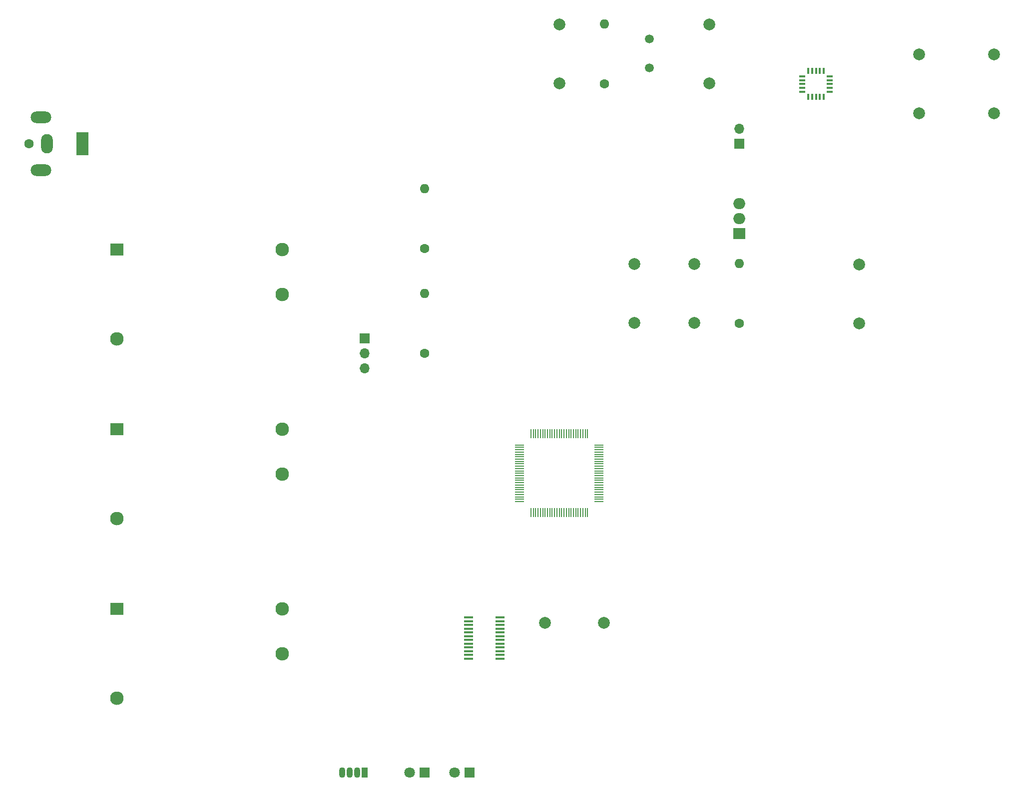
<source format=gbr>
%TF.GenerationSoftware,KiCad,Pcbnew,(6.0.7)*%
%TF.CreationDate,2022-11-30T23:51:13-03:00*%
%TF.ProjectId,ea075_project,65613037-355f-4707-926f-6a6563742e6b,rev?*%
%TF.SameCoordinates,Original*%
%TF.FileFunction,Soldermask,Top*%
%TF.FilePolarity,Negative*%
%FSLAX46Y46*%
G04 Gerber Fmt 4.6, Leading zero omitted, Abs format (unit mm)*
G04 Created by KiCad (PCBNEW (6.0.7)) date 2022-11-30 23:51:13*
%MOMM*%
%LPD*%
G01*
G04 APERTURE LIST*
%ADD10C,2.000000*%
%ADD11O,3.500000X2.000000*%
%ADD12O,2.000000X3.300000*%
%ADD13R,2.000000X4.000000*%
%ADD14C,1.600000*%
%ADD15O,1.700000X1.700000*%
%ADD16R,1.700000X1.700000*%
%ADD17C,2.300000*%
%ADD18R,2.300000X2.000000*%
%ADD19C,1.500000*%
%ADD20R,1.800000X1.800000*%
%ADD21C,1.800000*%
%ADD22R,1.070000X1.800000*%
%ADD23O,1.070000X1.800000*%
%ADD24R,1.100000X0.300000*%
%ADD25R,0.300000X1.100000*%
%ADD26R,0.200000X1.500000*%
%ADD27R,1.500000X0.200000*%
%ADD28R,1.600000X0.410000*%
%ADD29R,2.000000X1.905000*%
%ADD30O,2.000000X1.905000*%
%ADD31O,1.600000X1.600000*%
G04 APERTURE END LIST*
D10*
%TO.C,C_vss1*%
X172720000Y-86200000D03*
X172720000Y-76200000D03*
%TD*%
%TO.C,C_vcap1*%
X162560000Y-76200000D03*
X162560000Y-86200000D03*
%TD*%
%TO.C,c_svdd2*%
X223520000Y-40640000D03*
X223520000Y-50640000D03*
%TD*%
%TO.C,c_svdd1*%
X210820000Y-50640000D03*
X210820000Y-40640000D03*
%TD*%
%TO.C,C_osc2*%
X149860000Y-45560000D03*
X149860000Y-35560000D03*
%TD*%
%TO.C,C_osc1*%
X175260000Y-35560000D03*
X175260000Y-45560000D03*
%TD*%
%TO.C,C_avss1*%
X200660000Y-76280000D03*
X200660000Y-86280000D03*
%TD*%
%TO.C,C1*%
X157400000Y-137080000D03*
X147400000Y-137080000D03*
%TD*%
D11*
%TO.C,J-AC1*%
X62000000Y-60300000D03*
X62000000Y-51300000D03*
D12*
X63000000Y-55800000D03*
D13*
X69000000Y-55800000D03*
D14*
X60000000Y-55800000D03*
%TD*%
D15*
%TO.C,J_PUMP1*%
X180340000Y-53260000D03*
D16*
X180340000Y-55800000D03*
%TD*%
D15*
%TO.C,J_HSENS1*%
X116840000Y-93900000D03*
X116840000Y-91360000D03*
D16*
X116840000Y-88820000D03*
%TD*%
D17*
%TO.C,PS_12V1*%
X102900000Y-142277500D03*
X102900000Y-134677500D03*
X74900000Y-149877500D03*
D18*
X74900000Y-134677500D03*
%TD*%
D17*
%TO.C,PS_5V1*%
X102900000Y-111797500D03*
X102900000Y-104197500D03*
X74900000Y-119397500D03*
D18*
X74900000Y-104197500D03*
%TD*%
D17*
%TO.C,PS_3V1*%
X102900000Y-81317500D03*
X102900000Y-73717500D03*
X74900000Y-88917500D03*
D18*
X74900000Y-73717500D03*
%TD*%
D19*
%TO.C,Y1*%
X165100000Y-42920000D03*
X165100000Y-38020000D03*
%TD*%
D20*
%TO.C,D_UV1*%
X127000000Y-162480000D03*
D21*
X124460000Y-162480000D03*
%TD*%
D20*
%TO.C,D_IR1*%
X134620000Y-162480000D03*
D21*
X132080000Y-162480000D03*
%TD*%
D22*
%TO.C,D_RGB1*%
X116840000Y-162480000D03*
D23*
X115570000Y-162480000D03*
X114300000Y-162480000D03*
X113030000Y-162480000D03*
%TD*%
D24*
%TO.C,U1*%
X195680000Y-44340000D03*
X195680000Y-44990000D03*
X195680000Y-45640000D03*
X195680000Y-46290000D03*
X195680000Y-46940000D03*
D25*
X194680000Y-47840000D03*
X194030000Y-47840000D03*
X193380000Y-47840000D03*
X192730000Y-47840000D03*
X192080000Y-47840000D03*
D24*
X191080000Y-46940000D03*
X191080000Y-46290000D03*
X191080000Y-45640000D03*
X191080000Y-44990000D03*
X191080000Y-44340000D03*
D25*
X192080000Y-43440000D03*
X192730000Y-43440000D03*
X193380000Y-43440000D03*
X194030000Y-43440000D03*
X194680000Y-43440000D03*
%TD*%
D26*
%TO.C,U2*%
X145060000Y-104980000D03*
X145460000Y-104980000D03*
X145860000Y-104980000D03*
X146260000Y-104980000D03*
X146660000Y-104980000D03*
X147060000Y-104980000D03*
X147460000Y-104980000D03*
X147860000Y-104980000D03*
X148260000Y-104980000D03*
X148660000Y-104980000D03*
X149060000Y-104980000D03*
X149460000Y-104980000D03*
X149860000Y-104980000D03*
X150260000Y-104980000D03*
X150660000Y-104980000D03*
X151060000Y-104980000D03*
X151460000Y-104980000D03*
X151860000Y-104980000D03*
X152260000Y-104980000D03*
X152660000Y-104980000D03*
X153060000Y-104980000D03*
X153460000Y-104980000D03*
X153860000Y-104980000D03*
X154260000Y-104980000D03*
X154660000Y-104980000D03*
D27*
X156560000Y-106880000D03*
X156560000Y-107280000D03*
X156560000Y-107680000D03*
X156560000Y-108080000D03*
X156560000Y-108480000D03*
X156560000Y-108880000D03*
X156560000Y-109280000D03*
X156560000Y-109680000D03*
X156560000Y-110080000D03*
X156560000Y-110480000D03*
X156560000Y-110880000D03*
X156560000Y-111280000D03*
X156560000Y-111680000D03*
X156560000Y-112080000D03*
X156560000Y-112480000D03*
X156560000Y-112880000D03*
X156560000Y-113280000D03*
X156560000Y-113680000D03*
X156560000Y-114080000D03*
X156560000Y-114480000D03*
X156560000Y-114880000D03*
X156560000Y-115280000D03*
X156560000Y-115680000D03*
X156560000Y-116080000D03*
X156560000Y-116480000D03*
D26*
X154660000Y-118380000D03*
X154260000Y-118380000D03*
X153860000Y-118380000D03*
X153460000Y-118380000D03*
X153060000Y-118380000D03*
X152660000Y-118380000D03*
X152260000Y-118380000D03*
X151860000Y-118380000D03*
X151460000Y-118380000D03*
X151060000Y-118380000D03*
X150660000Y-118380000D03*
X150260000Y-118380000D03*
X149860000Y-118380000D03*
X149460000Y-118380000D03*
X149060000Y-118380000D03*
X148660000Y-118380000D03*
X148260000Y-118380000D03*
X147860000Y-118380000D03*
X147460000Y-118380000D03*
X147060000Y-118380000D03*
X146660000Y-118380000D03*
X146260000Y-118380000D03*
X145860000Y-118380000D03*
X145460000Y-118380000D03*
X145060000Y-118380000D03*
D27*
X143160000Y-116480000D03*
X143160000Y-116080000D03*
X143160000Y-115680000D03*
X143160000Y-115280000D03*
X143160000Y-114880000D03*
X143160000Y-114480000D03*
X143160000Y-114080000D03*
X143160000Y-113680000D03*
X143160000Y-113280000D03*
X143160000Y-112880000D03*
X143160000Y-112480000D03*
X143160000Y-112080000D03*
X143160000Y-111680000D03*
X143160000Y-111280000D03*
X143160000Y-110880000D03*
X143160000Y-110480000D03*
X143160000Y-110080000D03*
X143160000Y-109680000D03*
X143160000Y-109280000D03*
X143160000Y-108880000D03*
X143160000Y-108480000D03*
X143160000Y-108080000D03*
X143160000Y-107680000D03*
X143160000Y-107280000D03*
X143160000Y-106880000D03*
%TD*%
D28*
%TO.C,U3*%
X134505700Y-136127500D03*
X134505700Y-136762500D03*
X134505700Y-137397500D03*
X134505700Y-138032500D03*
X134505700Y-138667500D03*
X134505700Y-139302500D03*
X134505700Y-139937500D03*
X134505700Y-140572500D03*
X134505700Y-141207500D03*
X134505700Y-141842500D03*
X134505700Y-142477500D03*
X134505700Y-143112500D03*
X139814300Y-143112500D03*
X139814300Y-142477500D03*
X139814300Y-141842500D03*
X139814300Y-141207500D03*
X139814300Y-140572500D03*
X139814300Y-139937500D03*
X139814300Y-139302500D03*
X139814300Y-138667500D03*
X139814300Y-138032500D03*
X139814300Y-137397500D03*
X139814300Y-136762500D03*
X139814300Y-136127500D03*
%TD*%
D29*
%TO.C,Q1*%
X180340000Y-71040000D03*
D30*
X180340000Y-68500000D03*
X180340000Y-65960000D03*
%TD*%
D14*
%TO.C,R_q1*%
X180340000Y-86280000D03*
D31*
X180340000Y-76120000D03*
%TD*%
%TO.C,R_osc1*%
X157480000Y-35480000D03*
D14*
X157480000Y-45640000D03*
%TD*%
D31*
%TO.C,R2*%
X127000000Y-63420000D03*
D14*
X127000000Y-73580000D03*
%TD*%
D31*
%TO.C,R1*%
X127000000Y-81200000D03*
D14*
X127000000Y-91360000D03*
%TD*%
M02*

</source>
